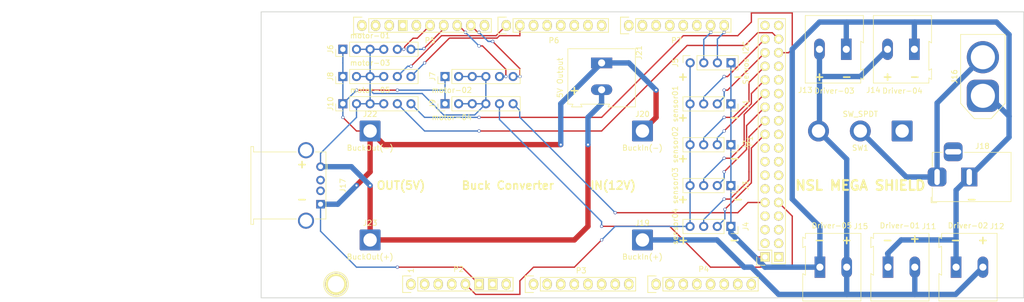
<source format=kicad_pcb>
(kicad_pcb (version 20211014) (generator pcbnew)
  (title_block (date "mar. 31 mars 2015"))
  (layers (0 "F.Cu" signal) (31 "B.Cu" signal) (34 "B.Paste" user) (35 "F.Paste" user) (36 "B.SilkS" user "B.Silkscreen") (37 "F.SilkS" user "F.Silkscreen") (38 "B.Mask" user) (39 "F.Mask" user) (44 "Edge.Cuts" user))
  (net 0 "")
  (net 1 "GND")
  (net 2 "/52(SCK)")
  (net 3 "/53(SS)")
  (net 4 "/50(MISO)")
  (net 5 "/51(MOSI)")
  (net 6 "/48")
  (net 7 "/49")
  (net 8 "/46")
  (net 9 "/47")
  (net 10 "/44")
  (net 11 "/45")
  (net 12 "/42")
  (net 13 "/43")
  (net 14 "/40")
  (net 15 "/41")
  (net 16 "/38")
  (net 17 "/39")
  (net 18 "/36")
  (net 19 "/37")
  (net 20 "/34")
  (net 21 "/35")
  (net 22 "/32")
  (net 23 "/33")
  (net 24 "/30")
  (net 25 "/31")
  (net 26 "/28")
  (net 27 "/29")
  (net 28 "/26")
  (net 29 "/27")
  (net 30 "/24")
  (net 31 "/25")
  (net 32 "/22")
  (net 33 "/23")
  (net 34 "+5V")
  (net 35 "/IOREF")
  (net 36 "/Reset")
  (net 37 "/Vin")
  (net 38 "/A0")
  (net 39 "/A1")
  (net 40 "/A2")
  (net 41 "/A3")
  (net 42 "/A4")
  (net 43 "/A5")
  (net 44 "/A6")
  (net 45 "/A7")
  (net 46 "/A8")
  (net 47 "/A9")
  (net 48 "/A10")
  (net 49 "/A11")
  (net 50 "/A12")
  (net 51 "/A13")
  (net 52 "/A14")
  (net 53 "/A15")
  (net 54 "+5VA")
  (net 55 "/AREF")
  (net 56 "/13(**)")
  (net 57 "/12(**)")
  (net 58 "/11(**)")
  (net 59 "/10(**)")
  (net 60 "/9(**)")
  (net 61 "/8(**)")
  (net 62 "/7(**)")
  (net 63 "/6(**)")
  (net 64 "/5(**)")
  (net 65 "/4(**)")
  (net 66 "/3(**)")
  (net 67 "/2(**)")
  (net 68 "/20(SDA)")
  (net 69 "/21(SCL)")
  (net 70 "+12VA")
  (net 71 "+12V")
  (net 77 "+3V3")
  (net 78 "/1(Tx0)")
  (net 79 "/0(Rx0)")
  (net 80 "/14(Tx3)")
  (net 81 "/15(Rx3)")
  (net 82 "/16(Tx2)")
  (net 83 "/17(Rx2)")
  (net 84 "/18(Tx1)")
  (net 85 "/19(Rx1)")
  (footprint "Socket_Arduino_Mega:Socket_Strip_Arduino_2x18" (layer "F.Cu") (at 147.32 109.855 90)
    (fp_text reference "P1")
    (fp_text value "Digital")
  )
  (footprint "Socket_Arduino_Mega:Socket_Strip_Arduino_1x08" (layer "F.Cu") (at 81.28 114.935)
    (fp_text reference "P2")
    (fp_text value "Power")
  )
  (footprint "Socket_Arduino_Mega:Socket_Strip_Arduino_1x08" (layer "F.Cu") (at 104.14 114.935)
    (fp_text reference "P3")
    (fp_text value "Analog")
  )
  (footprint "Socket_Arduino_Mega:Socket_Strip_Arduino_1x08" (layer "F.Cu") (at 127 114.935)
    (fp_text reference "P4")
    (fp_text value "Analog")
  )
  (footprint "Socket_Arduino_Mega:Socket_Strip_Arduino_1x10" (layer "F.Cu") (at 72.136 66.675)
    (fp_text reference "P5")
    (fp_text value "PWM")
  )
  (footprint "Socket_Arduino_Mega:Socket_Strip_Arduino_1x08" (layer "F.Cu") (at 99.06 66.675)
    (fp_text reference "P6")
    (fp_text value "PWM")
  )
  (footprint "Socket_Arduino_Mega:Socket_Strip_Arduino_1x08" (layer "F.Cu") (at 121.92 66.675)
    (fp_text reference "P7")
    (fp_text value "Communication")
  )
  (footprint "Socket_Arduino_Mega:Arduino_1pin" (layer "F.Cu") (at 67.31 114.935)
    (fp_text reference "P8" hide)
    (fp_text value "CONN_01X01" hide)
  )
  (footprint "Connector_USB:USB_A_Stewart_SS-52100-001_Horizontal" (layer "F.Cu") (at 64.41 93.02 -90)
    (fp_text reference "J17")
    (fp_text value "USB_A")
  )
  (footprint "Connector_BarrelJack:BarrelJack_Horizontal" (layer "F.Cu") (at 179.42 94.9375 180)
    (fp_text reference "J18")
    (fp_text value "Barrel_Jack")
  )
  (footprint "TerminalBlock:TerminalBlock_Altech_AK300-2_P5.00mm" (layer "F.Cu") (at 175.26 111.76 180)
    (fp_text reference "J11")
    (fp_text value "Driver-01")
  )
  (footprint "Connector_Wire:SolderWire-2sqmm_1x03_P7.8mm_D2mm_OD3.9mm" (layer "F.Cu") (at 172.9 86.36 180)
    (fp_text reference "SW1")
    (fp_text value "SW_SPDT")
  )
  (footprint "Connector_Wire:SolderWire-2sqmm_1x01_D2mm_OD3.9mm" (layer "F.Cu") (at 73.66 86.36)
    (fp_text reference "J22")
    (fp_text value "BuckOut(-)")
  )
  (footprint "Connector_PinHeader_2.54mm:PinHeader_1x06_P2.54mm_Vertical" (layer "F.Cu") (at 87.63 81.28 90)
    (fp_text reference "J9")
    (fp_text value "motor-04")
  )
  (footprint "Connector_PinHeader_2.54mm:PinHeader_1x06_P2.54mm_Vertical" (layer "F.Cu") (at 68.58 81.28 90)
    (fp_text reference "J10")
    (fp_text value "motor-05")
  )
  (footprint "Connector_Wire:SolderWire-2sqmm_1x01_D2mm_OD3.9mm" (layer "F.Cu") (at 73.66 106.68)
    (fp_text reference "J23")
    (fp_text value "BuckOut(+)")
  )
  (footprint "Connector_PinSocket_2.54mm:PinSocket_1x04_P2.54mm_Vertical" (layer "F.Cu") (at 140.96 88.925 -90)
    (fp_text reference "J2")
    (fp_text value "sensor02")
  )
  (footprint "Connector_PinSocket_2.54mm:PinSocket_1x04_P2.54mm_Vertical" (layer "F.Cu") (at 133.36 73.635 90)
    (fp_text reference "J5")
    (fp_text value "Servos I2C")
  )
  (footprint "TerminalBlock:TerminalBlock_Altech_AK300-2_P5.00mm" (layer "F.Cu") (at 162.56 111.76 180)
    (fp_text reference "J15")
    (fp_text value "Driver-05")
  )
  (footprint "Connector_PinSocket_2.54mm:PinSocket_1x04_P2.54mm_Vertical" (layer "F.Cu") (at 140.96 81.305 -90)
    (fp_text reference "J1")
    (fp_text value "sensor01")
  )
  (footprint "Connector_PinHeader_2.54mm:PinHeader_1x06_P2.54mm_Vertical" (layer "F.Cu") (at 87.63 76.2 90)
    (fp_text reference "J7")
    (fp_text value "motor-02")
  )
  (footprint "TerminalBlock:TerminalBlock_Altech_AK300-2_P5.00mm" (layer "F.Cu") (at 187.96 111.76 180)
    (fp_text reference "J12")
    (fp_text value "Driver-02")
  )
  (footprint "Connector_PinSocket_2.54mm:PinSocket_1x04_P2.54mm_Vertical" (layer "F.Cu") (at 140.96 96.545 -90)
    (fp_text reference "J3")
    (fp_text value "sensor03")
  )
  (footprint "Connector_AMASS:AMASS_XT60-M_1x02_P7.20mm_Vertical" (layer "F.Cu") (at 187.96 79.8 90)
    (fp_text reference "J16")
    (fp_text value "Power")
  )
  (footprint "TerminalBlock:TerminalBlock_Altech_AK300-2_P5.00mm" (layer "F.Cu") (at 116.84 73.66 -90)
    (fp_text reference "J21")
    (fp_text value "5V Output")
  )
  (footprint "Connector_Wire:SolderWire-2sqmm_1x01_D2mm_OD3.9mm" (layer "F.Cu") (at 124.46 86.36)
    (fp_text reference "J20")
    (fp_text value "BuckIn(-)")
  )
  (footprint "Connector_PinSocket_2.54mm:PinSocket_1x04_P2.54mm_Vertical" (layer "F.Cu") (at 140.96 104.165 -90)
    (fp_text reference "J4")
    (fp_text value "sensor04")
  )
  (footprint "TerminalBlock:TerminalBlock_Altech_AK300-2_P5.00mm" (layer "F.Cu") (at 170.18 71.12)
    (fp_text reference "J14")
    (fp_text value "Driver-04")
  )
  (footprint "Connector_PinHeader_2.54mm:PinHeader_1x06_P2.54mm_Vertical" (layer "F.Cu") (at 68.58 71.12 90)
    (fp_text reference "J6")
    (fp_text value "motor-01")
  )
  (footprint "Connector_Wire:SolderWire-2sqmm_1x01_D2mm_OD3.9mm" (layer "F.Cu") (at 124.46 106.68)
    (fp_text reference "J19")
    (fp_text value "BuckIn(+)")
  )
  (footprint "TerminalBlock:TerminalBlock_Altech_AK300-2_P5.00mm" (layer "F.Cu") (at 157.48 71.12)
    (fp_text reference "J13")
    (fp_text value "Driver-03")
  )
  (footprint "Connector_PinHeader_2.54mm:PinHeader_1x06_P2.54mm_Vertical" (layer "F.Cu") (at 68.58 76.2 90)
    (fp_text reference "J8")
    (fp_text value "motor-03")
  )
  (gr_line (start 53.34 117.475) (end 53.34 64.135) (layer "Edge.Cuts") (width 0.15))
  (gr_line (start 195.58 64.135) (end 195.58 117.475) (layer "Edge.Cuts") (width 0.15))
  (gr_line (start 195.58 117.475) (end 53.34 117.475) (layer "Edge.Cuts") (width 0.15))
  (gr_line (start 53.34 64.135) (end 195.58 64.135) (layer "Edge.Cuts") (width 0.15))
  (gr_text "+" (at 60.96 92.52) (layer "F.SilkS") (effects (font (size 1.5 1.5) (thickness 0.3))))
  (gr_text "+" (at 187.96 106.68) (layer "F.SilkS") (effects (font (size 1.5 1.5) (thickness 0.3))))
  (gr_text "+" (at 170.18 76.2) (layer "F.SilkS") (effects (font (size 1.5 1.5) (thickness 0.3))))
  (gr_text "-" (at 142.29 99.06) (layer "F.SilkS") (effects (font (size 1.5 1.5) (thickness 0.3))))
  (gr_text "+" (at 157.48 76.2) (layer "F.SilkS") (effects (font (size 1.5 1.5) (thickness 0.3))))
  (gr_text "-" (at 60.96 99.06) (layer "F.SilkS") (effects (font (size 1.5 1.5) (thickness 0.3))))
  (gr_text "-" (at 141.625 106.68) (layer "F.SilkS") (effects (font (size 1.5 1.5) (thickness 0.3))))
  (gr_text "+" (at 132.01 76.2) (layer "F.SilkS") (effects (font (size 1.5 1.5) (thickness 0.3))))
  (gr_text "+" (at 132.01 99.06) (layer "F.SilkS") (effects (font (size 1.5 1.5) (thickness 0.3))))
  (gr_text "+" (at 111.76 78.74) (layer "F.SilkS") (effects (font (size 1.5 1.5) (thickness 0.3))))
  (gr_text "-" (at 170.18 106.68) (layer "F.SilkS") (effects (font (size 1.5 1.5) (thickness 0.3))))
  (gr_text "-" (at 185.87 99.06) (layer "F.SilkS") (effects (font (size 1.5 1.5) (thickness 0.3))))
  (gr_text "-" (at 141.625 83.82) (layer "F.SilkS") (effects (font (size 1.5 1.5) (thickness 0.3))))
  (gr_text "+" (at 132.01 83.82) (layer "F.SilkS") (effects (font (size 1.5 1.5) (thickness 0.3))))
  (gr_text "-" (at 175.26 76.2) (layer "F.SilkS") (effects (font (size 1.5 1.5) (thickness 0.3))))
  (gr_text "-" (at 157.48 106.68) (layer "F.SilkS") (effects (font (size 1.5 1.5) (thickness 0.3))))
  (gr_text "+" (at 132.01 91.44) (layer "F.SilkS") (effects (font (size 1.5 1.5) (thickness 0.3))))
  (gr_text "-" (at 162.56 76.2) (layer "F.SilkS") (effects (font (size 1.5 1.5) (thickness 0.3))))
  (gr_text "OUT(5V)      Buck Converter      IN(12V)" (at 99.06 96.52) (layer "F.SilkS") (effects (font (size 1.5 1.5) (thickness 0.3))))
  (gr_text "1" (at 81.28 112.395 90) (layer "F.SilkS") (effects (font (size 1 1))))
  (gr_text "+" (at 162.56 106.68) (layer "F.SilkS") (effects (font (size 1.5 1.5) (thickness 0.3))))
  (gr_text "NSL MEGA SHIELD" (at 165.1 96.52) (layer "F.SilkS") (effects (font (size 1.8 1.8) (thickness 0.4))))
  (gr_text "+" (at 175.26 106.41) (layer "F.SilkS") (effects (font (size 1.5 1.5) (thickness 0.3))))
  (gr_text "+" (at 132.08 106.68) (layer "F.SilkS") (effects (font (size 1.5 1.5) (thickness 0.3))))
  (gr_text "-" (at 141.625 91.44) (layer "F.SilkS") (effects (font (size 1.5 1.5) (thickness 0.3))))
  (gr_text "-" (at 182.88 106.68) (layer "F.SilkS") (effects (font (size 1.5 1.5) (thickness 0.3))))
  (gr_text "-" (at 142.31 76.2) (layer "F.SilkS") (effects (font (size 1.5 1.5) (thickness 0.3))))
  (segment (start 142.24 106.68) (end 145.415 109.855) (width 0.25) (layer "F.Cu") (net 1))
  (segment (start 93.98 114.935) (end 90.805 111.76) (width 0.25) (layer "F.Cu") (net 1))
  (segment (start 145.415 109.855) (end 147.32 109.855) (width 0.25) (layer "F.Cu") (net 1))
  (segment (start 71.12 86.36) (end 73.66 86.36) (width 0.25) (layer "F.Cu") (net 1))
  (segment (start 90.805 111.76) (end 78.74 111.76) (width 0.25) (layer "F.Cu") (net 1))
  (segment (start 68.58 83.82) (end 71.12 86.36) (width 0.25) (layer "F.Cu") (net 1))
  (segment (start 127 83.82) (end 124.46 86.36) (width 1) (layer "F.Cu") (net 1))
  (segment (start 73.66 93.98) (end 73.66 86.36) (width 1) (layer "F.Cu") (net 1))
  (segment (start 76.2 88.9) (end 109.22 88.9) (width 1) (layer "F.Cu") (net 1))
  (segment (start 73.66 86.36) (end 76.2 88.9) (width 1) (layer "F.Cu") (net 1))
  (segment (start 127 78.74) (end 127 83.82) (width 1) (layer "F.Cu") (net 1))
  (segment (start 71.12 96.52) (end 73.66 93.98) (width 1) (layer "F.Cu") (net 1))
  (segment (start 71.12 78.74) (end 78.74 78.74) (width 0.25) (layer "F.Cu") (net 1))
  (via (at 142.24 106.68) (size 0.6) (drill 0.4) (layers "F.Cu" "B.Cu") (net 1))
  (via (at 109.22 88.9) (size 0.6) (drill 0.4) (layers "F.Cu" "B.Cu") (net 1))
  (via (at 71.12 78.74) (size 0.6) (drill 0.4) (layers "F.Cu" "B.Cu") (net 1))
  (via (at 127 78.74) (size 0.6) (drill 0.4) (layers "F.Cu" "B.Cu") (net 1))
  (via (at 78.74 78.74) (size 0.6) (drill 0.4) (layers "F.Cu" "B.Cu") (net 1))
  (via (at 71.12 96.52) (size 0.6) (drill 0.4) (layers "F.Cu" "B.Cu") (net 1))
  (via (at 68.58 83.82) (size 0.6) (drill 0.4) (layers "F.Cu" "B.Cu") (net 1))
  (via (at 78.74 111.76) (size 0.6) (drill 0.4) (layers "F.Cu" "B.Cu") (net 1))
  (segment (start 175.18 66.12) (end 175.18 71.12) (width 1) (layer "B.Cu") (net 1))
  (segment (start 64.41 100.02) (end 67.62 100.02) (width 1) (layer "B.Cu") (net 1))
  (segment (start 192.84048 68.38048) (end 192.84048 83.62048) (width 1) (layer "B.Cu") (net 1))
  (segment (start 109.22 81.28) (end 116.84 73.66) (width 1) (layer "B.Cu") (net 1))
  (segment (start 182.88 106.68) (end 182.96 106.6) (width 0.25) (layer "B.Cu") (net 1))
  (segment (start 157.56 104.22) (end 157.56 111.76) (width 1) (layer "B.Cu") (net 1))
  (segment (start 175.26 66.04) (end 175.18 66.12) (width 0.25) (layer "B.Cu") (net 1))
  (segment (start 140.96 73.655) (end 140.98 73.635) (width 0.25) (layer "B.Cu") (net 1))
  (segment (start 67.62 100.02) (end 71.12 96.52) (width 1) (layer "B.Cu") (net 1))
  (segment (start 185.42 82.34) (end 187.96 79.8) (width 0.25) (layer "B.Cu") (net 1))
  (segment (start 152.4 99.06) (end 157.56 104.22) (width 1) (layer "B.Cu") (net 1))
  (segment (start 187.96 79.8) (end 189.02 79.8) (width 0.25) (layer "B.Cu") (net 1))
  (segment (start 68.58 81.28) (end 68.58 83.82) (width 0.25) (layer "B.Cu") (net 1))
  (segment (start 116.84 73.66) (end 121.92 73.66) (width 1) (layer "B.Cu") (net 1))
  (segment (start 78.74 78.74) (end 87.63 78.74) (width 0.25) (layer "B.Cu") (net 1))
  (segment (start 140.96 105.4) (end 142.24 106.68) (width 1) (layer "B.Cu") (net 1))
  (segment (start 175.26 66.04) (end 190.5 66.04) (width 1) (layer "B.Cu") (net 1))
  (segment (start 192.84048 87.51702) (end 185.42 94.9375) (width 1) (layer "B.Cu") (net 1))
  (segment (start 87.63 78.74) (end 87.63 81.28) (width 0.25) (layer "B.Cu") (net 1))
  (segment (start 68.58 81.28) (end 68.58 73.66) (width 0.25) (layer "B.Cu") (net 1))
  (segment (start 140.96 104.165) (end 140.96 105.4) (width 1) (layer "B.Cu") (net 1))
  (segment (start 121.92 73.66) (end 127 78.74) (width 1) (layer "B.Cu") (net 1))
  (segment (start 189.02 79.8) (end 192.84048 83.62048) (width 1) (layer "B.Cu") (net 1))
  (segment (start 172.72 106.68) (end 182.88 106.68) (width 1) (layer "B.Cu") (net 1))
  (segment (start 68.58 73.66) (end 68.58 71.12) (width 0.25) (layer "B.Cu") (net 1))
  (segment (start 170.26 111.76) (end 170.26 109.3) (width 1) (layer "B.Cu") (net 1))
  (segment (start 162.56 66.04) (end 175.26 66.04) (width 1) (layer "B.Cu") (net 1))
  (segment (start 182.96 97.3975) (end 182.96 106.6) (width 1) (layer "B.Cu") (net 1))
  (segment (start 162.56 66.04) (end 162.48 66.12) (width 0.25) (layer "B.Cu") (net 1))
  (segment (start 190.5 66.04) (end 192.84048 68.38048) (width 1) (layer "B.Cu") (net 1))
  (segment (start 140.96 104.165) (end 140.96 73.655) (width 0.25) (layer "B.Cu") (net 1))
  (segment (start 192.84048 83.62048) (end 192.84048 87.51702) (width 1) (layer "B.Cu") (net 1))
  (segment (start 170.26 109.3) (end 170.18 109.22) (width 0.25) (layer "B.Cu") (net 1))
  (segment (start 157.48 66.04) (end 152.4 71.12) (width 1) (layer "B.Cu") (net 1))
  (segment (start 87.63 78.74) (end 87.63 76.2) (width 0.25) (layer "B.Cu") (net 1))
  (segment (start 78.74 111.76) (end 71.12 111.76) (width 0.25) (layer "B.Cu") (net 1))
  (segment (start 182.96 106.6) (end 182.96 111.76) (width 1) (layer "B.Cu") (net 1))
  (segment (start 64.41 105.05) (end 64.41 100.02) (width 0.25) (layer "B.Cu") (net 1))
  (segment (start 162.56 66.04) (end 157.48 66.04) (width 1) (layer "B.Cu") (net 1))
  (segment (start 147.32 111.76) (end 157.56 111.76) (width 1) (layer "B.Cu") (net 1))
  (segment (start 68.58 81.28) (end 71.12 78.74) (width 0.25) (layer "B.Cu") (net 1))
  (segment (start 71.12 111.76) (end 64.41 105.05) (width 0.25) (layer "B.Cu") (net 1))
  (segment (start 185.42 94.9375) (end 182.96 97.3975) (width 1) (layer "B.Cu") (net 1))
  (segment (start 162.48 66.12) (end 162.48 71.12) (width 1) (layer "B.Cu") (net 1))
  (segment (start 109.22 88.9) (end 109.22 81.28) (width 1) (layer "B.Cu") (net 1))
  (segment (start 152.4 71.12) (end 152.4 99.06) (width 1) (layer "B.Cu") (net 1))
  (segment (start 142.24 106.68) (end 147.32 111.76) (width 1) (layer "B.Cu") (net 1))
  (segment (start 170.18 109.22) (end 172.72 106.68) (width 1) (layer "B.Cu") (net 1))
  (segment (start 119.38 101.6) (end 142.24 101.6) (width 0.25) (layer "F.Cu") (net 8))
  (segment (start 144.145 99.695) (end 147.32 99.695) (width 0.25) (layer "F.Cu") (net 8))
  (segment (start 142.24 101.6) (end 144.145 99.695) (width 0.25) (layer "F.Cu") (net 8))
  (via (at 119.38 101.6) (size 0.6) (drill 0.4) (layers "F.Cu" "B.Cu") (net 8))
  (segment (start 101.56452 83.78452) (end 119.38 101.6) (width 0.25) (layer "B.Cu") (net 8))
  (segment (start 101.56452 82.51452) (end 101.56452 83.78452) (width 0.25) (layer "B.Cu") (net 8))
  (segment (start 100.33 81.28) (end 101.56452 82.51452) (width 0.25) (layer "B.Cu") (net 8))
  (segment (start 152.4 111.76) (end 152.4 102.235) (width 0.25) (layer "F.Cu") (net 9))
  (segment (start 129.54 104.14) (end 137.16 111.76) (width 0.25) (layer "F.Cu") (net 9))
  (segment (start 116.84 104.14) (end 129.54 104.14) (width 0.25) (layer "F.Cu") (net 9))
  (segment (start 152.4 102.235) (end 149.86 99.695) (width 0.25) (layer "F.Cu") (net 9))
  (segment (start 137.16 111.76) (end 152.4 111.76) (width 0.25) (layer "F.Cu") (net 9))
  (via (at 116.84 104.14) (size 0.6) (drill 0.4) (layers "F.Cu" "B.Cu") (net 9))
  (segment (start 116.84 104.14) (end 116.84 103.272492) (width 0.25) (layer "B.Cu") (net 9))
  (segment (start 97.79 84.222492) (end 97.79 81.28) (width 0.25) (layer "B.Cu") (net 9))
  (segment (start 116.84 103.272492) (end 97.79 84.222492) (width 0.25) (layer "B.Cu") (net 9))
  (segment (start 144.78 89.535) (end 147.32 86.995) (width 0.25) (layer "F.Cu") (net 18))
  (segment (start 139.833955 100.9755) (end 144.78 96.029455) (width 0.25) (layer "F.Cu") (net 18))
  (segment (start 144.78 96.029455) (end 144.78 89.535) (width 0.25) (layer "F.Cu") (net 18))
  (via (at 139.833955 100.9755) (size 0.6) (drill 0.4) (layers "F.Cu" "B.Cu") (net 18))
  (segment (start 139.833955 102.751045) (end 139.833955 100.9755) (width 0.25) (layer "B.Cu") (net 18))
  (segment (start 138.42 104.165) (end 139.833955 102.751045) (width 0.25) (layer "B.Cu") (net 18))
  (segment (start 144.33048 95.523542) (end 140.794022 99.06) (width 0.25) (layer "F.Cu") (net 20))
  (segment (start 144.33048 93.98) (end 144.33048 95.523542) (width 0.25) (layer "F.Cu") (net 20))
  (segment (start 144.33048 87.44452) (end 144.33048 93.98) (width 0.25) (layer "F.Cu") (net 20))
  (segment (start 140.794022 99.06) (end 139.7 99.06) (width 0.25) (layer "F.Cu") (net 20))
  (segment (start 147.32 84.455) (end 144.33048 87.44452) (width 0.25) (layer "F.Cu") (net 20))
  (via (at 139.7 99.06) (size 0.6) (drill 0.4) (layers "F.Cu" "B.Cu") (net 20))
  (segment (start 135.88 102.88) (end 135.88 104.165) (width 0.25) (layer "B.Cu") (net 20))
  (segment (start 139.7 99.06) (end 135.88 102.88) (width 0.25) (layer "B.Cu") (net 20))
  (segment (start 143.88096 85.35404) (end 147.32 81.915) (width 0.25) (layer "F.Cu") (net 22))
  (segment (start 139.7 93.98) (end 143.88096 89.79904) (width 0.25) (layer "F.Cu") (net 22))
  (segment (start 143.88096 89.79904) (end 143.88096 85.35404) (width 0.25) (layer "F.Cu") (net 22))
  (via (at 139.7 93.98) (size 0.6) (drill 0.4) (layers "F.Cu" "B.Cu") (net 22))
  (segment (start 138.42 96.545) (end 139.7 95.265) (width 0.25) (layer "B.Cu") (net 22))
  (segment (start 139.7 95.265) (end 139.7 93.98) (width 0.25) (layer "B.Cu") (net 22))
  (segment (start 143.43144 88.9) (end 140.89144 91.44) (width 0.25) (layer "F.Cu") (net 24))
  (segment (start 140.89144 91.44) (end 139.7 91.44) (width 0.25) (layer "F.Cu") (net 24))
  (segment (start 143.43144 83.26356) (end 143.43144 88.9) (width 0.25) (layer "F.Cu") (net 24))
  (segment (start 147.32 79.375) (end 143.43144 83.26356) (width 0.25) (layer "F.Cu") (net 24))
  (via (at 139.7 91.44) (size 0.6) (drill 0.4) (layers "F.Cu" "B.Cu") (net 24))
  (segment (start 139.7 91.44) (end 135.88 95.26) (width 0.25) (layer "B.Cu") (net 24))
  (segment (start 135.88 95.26) (end 135.88 96.545) (width 0.25) (layer "B.Cu") (net 24))
  (segment (start 144.78 79.375) (end 147.32 76.835) (width 0.25) (layer "F.Cu") (net 26))
  (segment (start 144.78 81.279282) (end 144.78 79.375) (width 0.25) (layer "F.Cu") (net 26))
  (segment (start 139.7 86.36) (end 139.7 86.359282) (width 0.25) (layer "F.Cu") (net 26))
  (segment (start 139.7 86.359282) (end 144.78 81.279282) (width 0.25) (layer "F.Cu") (net 26))
  (via (at 139.7 86.36) (size 0.6) (drill 0.4) (layers "F.Cu" "B.Cu") (net 26))
  (segment (start 138.42 88.925) (end 138.42 87.64) (width 0.25) (layer "B.Cu") (net 26))
  (segment (start 138.42 87.64) (end 139.7 86.36) (width 0.25) (layer "B.Cu") (net 26))
  (segment (start 144.33048 77.28452) (end 144.33048 80.846343) (width 0.25) (layer "F.Cu") (net 28))
  (segment (start 147.32 74.295) (end 144.33048 77.28452) (width 0.25) (layer "F.Cu") (net 28))
  (segment (start 144.33048 80.846343) (end 141.356823 83.82) (width 0.25) (layer "F.Cu") (net 28))
  (segment (start 141.356823 83.82) (end 139.7 83.82) (width 0.25) (layer "F.Cu") (net 28))
  (via (at 139.7 83.82) (size 0.6) (drill 0.4) (layers "F.Cu" "B.Cu") (net 28))
  (segment (start 135.88 87.64) (end 135.88 88.925) (width 0.25) (layer "B.Cu") (net 28))
  (segment (start 139.7 83.82) (end 135.88 87.64) (width 0.25) (layer "B.Cu") (net 28))
  (segment (start 140.335 78.74) (end 147.32 71.755) (width 0.25) (layer "F.Cu") (net 30))
  (segment (start 139.7 78.74) (end 140.335 78.74) (width 0.25) (layer "F.Cu") (net 30))
  (via (at 139.7 78.74) (size 0.6) (drill 0.4) (layers "F.Cu" "B.Cu") (net 30))
  (segment (start 139.7 80.025) (end 139.7 78.74) (width 0.25) (layer "B.Cu") (net 30))
  (segment (start 138.42 81.305) (end 139.7 80.025) (width 0.25) (layer "B.Cu") (net 30))
  (segment (start 152.4 64.33452) (end 152.4 71.059022) (width 0.25) (layer "F.Cu") (net 31))
  (segment (start 93.98 83.82) (end 116.84 83.82) (width 0.25) (layer "F.Cu") (net 31))
  (segment (start 142.24 68.58) (end 144.78 66.04) (width 0.25) (layer "F.Cu") (net 31))
  (segment (start 151.704022 71.755) (end 149.86 71.755) (width 0.25) (layer "F.Cu") (net 31))
  (segment (start 152.4 71.059022) (end 151.704022 71.755) (width 0.25) (layer "F.Cu") (net 31))
  (segment (start 144.78 66.04) (end 144.78 64.33452) (width 0.25) (layer "F.Cu") (net 31))
  (segment (start 132.08 68.58) (end 142.24 68.58) (width 0.25) (layer "F.Cu") (net 31))
  (segment (start 116.84 83.82) (end 132.08 68.58) (width 0.25) (layer "F.Cu") (net 31))
  (segment (start 144.78 64.33452) (end 152.4 64.33452) (width 0.25) (layer "F.Cu") (net 31))
  (via (at 93.98 83.82) (size 0.6) (drill 0.4) (layers "F.Cu" "B.Cu") (net 31))
  (segment (start 81.28 81.28) (end 83.82 83.82) (width 0.25) (layer "B.Cu") (net 31))
  (segment (start 83.82 83.82) (end 93.98 83.82) (width 0.25) (layer "B.Cu") (net 31))
  (segment (start 140.335 76.2) (end 139.7 76.2) (width 0.25) (layer "F.Cu") (net 32))
  (segment (start 147.32 69.215) (end 140.335 76.2) (width 0.25) (layer "F.Cu") (net 32))
  (via (at 139.7 76.2) (size 0.6) (drill 0.4) (layers "F.Cu" "B.Cu") (net 32))
  (segment (start 135.88 80.02) (end 135.88 81.305) (width 0.25) (layer "B.Cu") (net 32))
  (segment (start 139.7 76.2) (end 135.88 80.02) (width 0.25) (layer "B.Cu") (net 32))
  (segment (start 93.98 86.36) (end 116.84 86.36) (width 0.25) (layer "F.Cu") (net 33))
  (segment (start 116.84 86.36) (end 132.796889 70.403111) (width 0.25) (layer "F.Cu") (net 33))
  (segment (start 148.671889 68.026889) (end 149.86 69.215) (width 0.25) (layer "F.Cu") (net 33))
  (segment (start 143.592606 70.403111) (end 145.968828 68.026889) (width 0.25) (layer "F.Cu") (net 33))
  (segment (start 145.968828 68.026889) (end 148.671889 68.026889) (width 0.25) (layer "F.Cu") (net 33))
  (segment (start 132.796889 70.403111) (end 143.592606 70.403111) (width 0.25) (layer "F.Cu") (net 33))
  (via (at 93.98 86.36) (size 0.6) (drill 0.4) (layers "F.Cu" "B.Cu") (net 33))
  (segment (start 83.82 86.36) (end 78.74 81.28) (width 0.25) (layer "B.Cu") (net 33))
  (segment (start 93.98 86.36) (end 83.82 86.36) (width 0.25) (layer "B.Cu") (net 33))
  (segment (start 116.84 106.68) (end 111.76 111.76) (width 0.25) (layer "F.Cu") (net 34))
  (segment (start 93.345 116.84) (end 91.44 114.935) (width 0.25) (layer "F.Cu") (net 34))
  (segment (start 101.6 114.3) (end 101.6 116.84) (width 0.25) (layer "F.Cu") (net 34))
  (segment (start 104.14 111.76) (end 101.6 114.3) (width 0.25) (layer "F.Cu") (net 34))
  (segment (start 111.76 111.76) (end 104.14 111.76) (width 0.25) (layer "F.Cu") (net 34))
  (segment (start 101.6 116.84) (end 93.345 116.84) (width 0.25) (layer "F.Cu") (net 34))
  (via (at 116.84 106.68) (size 0.6) (drill 0.4) (layers "F.Cu" "B.Cu") (net 34))
  (segment (start 133.34 104.165) (end 119.355 104.165) (width 0.25) (layer "B.Cu") (net 34))
  (segment (start 133.34 81.305) (end 133.34 73.655) (width 0.25) (layer "B.Cu") (net 34))
  (segment (start 133.34 73.655) (end 133.36 73.635) (width 0.25) (layer "B.Cu") (net 34))
  (segment (start 119.355 104.165) (end 116.84 106.68) (width 0.25) (layer "B.Cu") (net 34))
  (segment (start 133.34 104.165) (end 133.34 81.305) (width 0.25) (layer "B.Cu") (net 34))
  (segment (start 114.3 104.14) (end 111.76 106.68) (width 1) (layer "F.Cu") (net 54))
  (segment (start 73.66 96.52) (end 73.66 106.68) (width 1) (layer "F.Cu") (net 54))
  (segment (start 114.3 88.9) (end 114.3 104.14) (width 1) (layer "F.Cu") (net 54))
  (segment (start 111.76 106.68) (end 73.66 106.68) (width 1) (layer "F.Cu") (net 54))
  (via (at 73.66 96.52) (size 0.6) (drill 0.4) (layers "F.Cu" "B.Cu") (net 54))
  (via (at 114.3 88.9) (size 0.6) (drill 0.4) (layers "F.Cu" "B.Cu") (net 54))
  (segment (start 64.41 93.02) (end 64.41 90.53) (width 0.25) (layer "B.Cu") (net 54))
  (segment (start 71.12 76.2) (end 76.2 76.2) (width 0.25) (layer "B.Cu") (net 54))
  (segment (start 87.371458 83.37048) (end 93.15952 83.37048) (width 0.25) (layer "B.Cu") (net 54))
  (segment (start 71.12 83.82) (end 71.12 81.28) (width 0.25) (layer "B.Cu") (net 54))
  (segment (start 64.41 93.02) (end 70.16 93.02) (width 1) (layer "B.Cu") (net 54))
  (segment (start 73.66 78.74) (end 73.66 71.12) (width 0.25) (layer "B.Cu") (net 54))
  (segment (start 93.15952 83.37048) (end 95.25 81.28) (width 0.25) (layer "B.Cu") (net 54))
  (segment (start 73.66 81.28) (end 73.66 78.74) (width 0.25) (layer "B.Cu") (net 54))
  (segment (start 64.41 90.53) (end 66.04 88.9) (width 0.25) (layer "B.Cu") (net 54))
  (segment (start 114.3 88.9) (end 114.3 83.82) (width 1) (layer "B.Cu") (net 54))
  (segment (start 71.12 71.12) (end 76.2 71.12) (width 0.25) (layer "B.Cu") (net 54))
  (segment (start 83.365489 79.364511) (end 87.371458 83.37048) (width 0.25) (layer "B.Cu") (net 54))
  (segment (start 74.284511 79.364511) (end 83.365489 79.364511) (width 0.25) (layer "B.Cu") (net 54))
  (segment (start 73.66 78.74) (end 74.284511 79.364511) (width 0.25) (layer "B.Cu") (net 54))
  (segment (start 116.84 81.28) (end 116.84 78.66) (width 1) (layer "B.Cu") (net 54))
  (segment (start 71.12 81.28) (end 76.2 81.28) (width 0.25) (layer "B.Cu") (net 54))
  (segment (start 90.17 76.2) (end 95.25 76.2) (width 0.25) (layer "B.Cu") (net 54))
  (segment (start 66.04 88.9) (end 71.12 83.82) (width 0.25) (layer "B.Cu") (net 54))
  (segment (start 95.25 76.2) (end 95.25 81.28) (width 0.25) (layer "B.Cu") (net 54))
  (segment (start 114.3 83.82) (end 116.84 81.28) (width 1) (layer "B.Cu") (net 54))
  (segment (start 90.17 81.28) (end 95.25 81.28) (width 0.25) (layer "B.Cu") (net 54))
  (segment (start 70.16 93.02) (end 73.66 96.52) (width 1) (layer "B.Cu") (net 54))
  (segment (start 79.930497 71.12) (end 80.105489 70.945008) (width 0.25) (layer "F.Cu") (net 57))
  (segment (start 82.454511 69.056489) (end 84.836 66.675) (width 0.25) (layer "F.Cu") (net 57))
  (segment (start 80.105489 70.633501) (end 81.682501 69.056489) (width 0.25) (layer "F.Cu") (net 57))
  (segment (start 80.105489 70.945008) (end 80.105489 70.633501) (width 0.25) (layer "F.Cu") (net 57))
  (segment (start 81.682501 69.056489) (end 82.454511 69.056489) (width 0.25) (layer "F.Cu") (net 57))
  (via (at 79.930497 71.12) (size 0.6) (drill 0.4) (layers "F.Cu" "B.Cu") (net 57))
  (segment (start 79.930497 71.12) (end 78.74 71.12) (width 0.25) (layer "B.Cu") (net 57))
  (segment (start 83.690661 70.990661) (end 87.376 67.305322) (width 0.25) (layer "F.Cu") (net 58))
  (segment (start 87.376 67.305322) (end 87.376 66.675) (width 0.25) (layer "F.Cu") (net 58))
  (via (at 83.690661 70.990661) (size 0.6) (drill 0.4) (layers "F.Cu" "B.Cu") (net 58))
  (segment (start 83.561322 71.12) (end 81.28 71.12) (width 0.25) (layer "B.Cu") (net 58))
  (segment (start 83.690661 70.990661) (end 83.561322 71.12) (width 0.25) (layer "B.Cu") (net 58))
  (segment (start 98.980497 74.850497) (end 94.6255 70.4955) (width 0.25) (layer "F.Cu") (net 59))
  (segment (start 91.44 67.9555) (end 90.1595 66.675) (width 0.25) (layer "F.Cu") (net 59))
  (segment (start 94.6255 70.4955) (end 93.98 70.4955) (width 0.25) (layer "F.Cu") (net 59))
  (segment (start 98.980497 76.2) (end 98.980497 74.850497) (width 0.25) (layer "F.Cu") (net 59))
  (segment (start 90.1595 66.675) (end 89.916 66.675) (width 0.25) (layer "F.Cu") (net 59))
  (via (at 93.98 70.4955) (size 0.6) (drill 0.4) (layers "F.Cu" "B.Cu") (net 59))
  (via (at 91.44 67.9555) (size 0.6) (drill 0.4) (layers "F.Cu" "B.Cu") (net 59))
  (via (at 98.980497 76.2) (size 0.6) (drill 0.4) (layers "F.Cu" "B.Cu") (net 59))
  (segment (start 93.98 70.4955) (end 91.44 67.9555) (width 0.25) (layer "B.Cu") (net 59))
  (segment (start 98.980497 76.2) (end 97.79 76.2) (width 0.25) (layer "B.Cu") (net 59))
  (segment (start 93.7365 67.9555) (end 92.456 66.675) (width 0.25) (layer "F.Cu") (net 60))
  (segment (start 93.98 67.9555) (end 93.7365 67.9555) (width 0.25) (layer "F.Cu") (net 60))
  (segment (start 101.6 74.73402) (end 96.52 69.65402) (width 0.25) (layer "F.Cu") (net 60))
  (segment (start 101.6 76.2) (end 101.6 74.73402) (width 0.25) (layer "F.Cu") (net 60))
  (via (at 96.52 69.65402) (size 0.6) (drill 0.4) (layers "F.Cu" "B.Cu") (net 60))
  (via (at 101.6 76.2) (size 0.6) (drill 0.4) (layers "F.Cu" "B.Cu") (net 60))
  (via (at 93.98 67.9555) (size 0.6) (drill 0.4) (layers "F.Cu" "B.Cu") (net 60))
  (segment (start 101.6 76.2) (end 100.33 76.2) (width 0.25) (layer "B.Cu") (net 60))
  (segment (start 95.67852 69.65402) (end 96.52 69.65402) (width 0.25) (layer "B.Cu") (net 60))
  (segment (start 93.98 67.9555) (end 95.67852 69.65402) (width 0.25) (layer "B.Cu") (net 60))
  (segment (start 97.155 68.58) (end 99.06 66.675) (width 0.25) (layer "F.Cu") (net 62))
  (segment (start 81.28 74.2845) (end 86.9845 68.58) (width 0.25) (layer "F.Cu") (net 62))
  (segment (start 86.9845 68.58) (end 97.155 68.58) (width 0.25) (layer "F.Cu") (net 62))
  (via (at 81.28 74.2845) (size 0.6) (drill 0.4) (layers "F.Cu" "B.Cu") (net 62))
  (segment (start 78.74 76.2) (end 80.6555 74.2845) (width 0.25) (layer "B.Cu") (net 62))
  (segment (start 80.6555 74.2845) (end 81.28 74.2845) (width 0.25) (layer "B.Cu") (net 62))
  (segment (start 97.341198 69.02952) (end 97.790718 68.58) (width 0.25) (layer "F.Cu") (net 63))
  (segment (start 88.45048 69.02952) (end 97.341198 69.02952) (width 0.25) (layer "F.Cu") (net 63))
  (segment (start 83.82 73.66) (end 88.45048 69.02952) (width 0.25) (layer "F.Cu") (net 63))
  (segment (start 101.6 68.58) (end 101.6 66.675) (width 0.25) (layer "F.Cu") (net 63))
  (segment (start 97.790718 68.58) (end 101.6 68.58) (width 0.25) (layer "F.Cu") (net 63))
  (via (at 83.82 73.66) (size 0.6) (drill 0.4) (layers "F.Cu" "B.Cu") (net 63))
  (segment (start 81.28 76.2) (end 83.82 73.66) (width 0.25) (layer "B.Cu") (net 63))
  (segment (start 137.232557 66.747557) (end 137.16 66.675) (width 0.25) (layer "F.Cu") (net 68))
  (segment (start 74.676 65.85852) (end 74.676 66.675) (width 0.25) (layer "F.Cu") (net 68))
  (segment (start 137.232557 67.9555) (end 137.232557 66.747557) (width 0.25) (layer "F.Cu") (net 68))
  (via (at 137.232557 67.9555) (size 0.6) (drill 0.4) (layers "F.Cu" "B.Cu") (net 68))
  (segment (start 135.9 69.288057) (end 137.232557 67.9555) (width 0.25) (layer "B.Cu") (net 68))
  (segment (start 135.9 73.635) (end 135.9 69.288057) (width 0.25) (layer "B.Cu") (net 68))
  (segment (start 139.7 66.675) (end 139.7 67.9555) (width 0.25) (layer "F.Cu") (net 69))
  (via (at 139.7 67.9555) (size 0.6) (drill 0.4) (layers "F.Cu" "B.Cu") (net 69))
  (segment (start 139.7 67.9555) (end 138.44 69.2155) (width 0.25) (layer "B.Cu") (net 69))
  (segment (start 138.44 69.2155) (end 138.44 73.635) (width 0.25) (layer "B.Cu") (net 69))
  (segment (start 138.357655 106.68) (end 143.437655 111.76) (width 1) (layer "B.Cu") (net 70))
  (segment (start 143.437655 111.76) (end 144.78 111.76) (width 1) (layer "B.Cu") (net 70))
  (segment (start 157.48 71.12) (end 157.48 76.2) (width 1) (layer "B.Cu") (net 70))
  (segment (start 175.26 111.76) (end 175.26 116.84) (width 1) (layer "B.Cu") (net 70))
  (segment (start 162.56 91.62) (end 162.56 111.76) (width 1) (layer "B.Cu") (net 70))
  (segment (start 149.86 116.84) (end 162.56 116.84) (width 1) (layer "B.Cu") (net 70))
  (segment (start 162.56 116.84) (end 175.26 116.84) (width 1) (layer "B.Cu") (net 70))
  (segment (start 162.56 111.76) (end 162.56 116.84) (width 1) (layer "B.Cu") (net 70))
  (segment (start 144.78 111.76) (end 149.86 116.84) (width 1) (layer "B.Cu") (net 70))
  (segment (start 157.48 86.18) (end 157.3 86.36) (width 0.25) (layer "B.Cu") (net 70))
  (segment (start 124.46 106.68) (end 138.357655 106.68) (width 1) (layer "B.Cu") (net 70))
  (segment (start 175.26 116.84) (end 182.88 116.84) (width 1) (layer "B.Cu") (net 70))
  (segment (start 157.48 76.2) (end 165.1 76.2) (width 1) (layer "B.Cu") (net 70))
  (segment (start 165.1 76.2) (end 170.18 71.12) (width 1) (layer "B.Cu") (net 70))
  (segment (start 157.3 86.36) (end 162.56 91.62) (width 1) (layer "B.Cu") (net 70))
  (segment (start 157.48 76.2) (end 157.48 86.18) (width 1) (layer "B.Cu") (net 70))
  (segment (start 182.88 116.84) (end 187.96 111.76) (width 1) (layer "B.Cu") (net 70))
  (segment (start 173.6775 94.9375) (end 179.42 94.9375) (width 1) (layer "B.Cu") (net 71))
  (segment (start 187.96 72.6) (end 179.42 81.14) (width 1) (layer "B.Cu") (net 71))
  (segment (start 179.42 81.14) (end 179.42 94.9375) (width 1) (layer "B.Cu") (net 71))
  (segment (start 165.1 86.36) (end 173.6775 94.9375) (width 1) (layer "B.Cu") (net 71))
)
</source>
